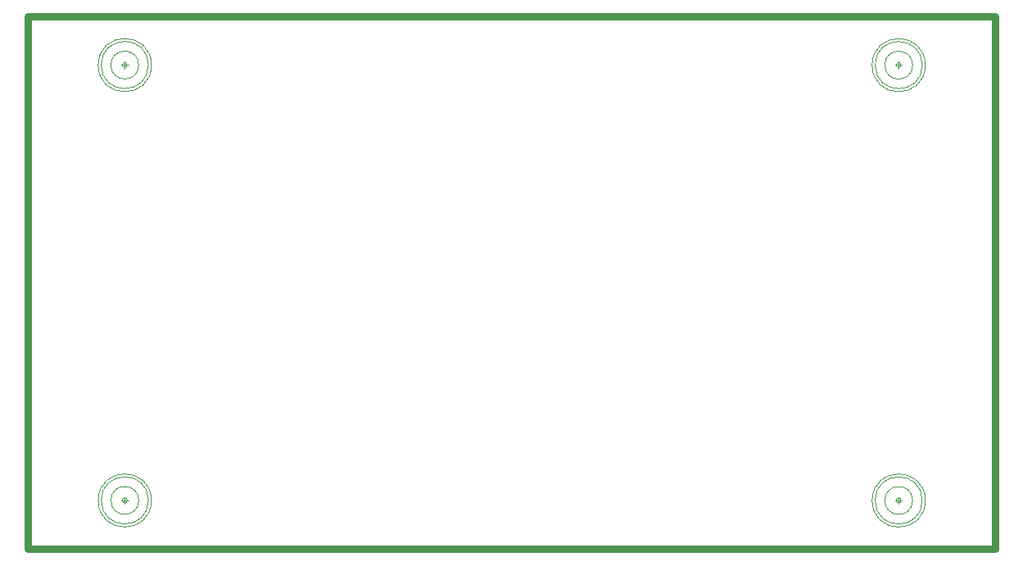
<source format=gm1>
G04*
G04 #@! TF.GenerationSoftware,Altium Limited,Altium Designer,20.0.13 (296)*
G04*
G04 Layer_Color=16711935*
%FSLAX25Y25*%
%MOIN*%
G70*
G01*
G75*
%ADD37C,0.03000*%
%ADD52C,0.00197*%
%ADD53C,0.00472*%
D37*
X0Y0D02*
X393701D01*
X0D02*
Y216535D01*
X393701Y0D02*
Y216535D01*
X0D02*
X393701D01*
D52*
X28543Y19713D02*
G03*
X28543Y19739I10827J-28D01*
G01*
X38386Y19713D02*
G03*
X38386Y19735I984J2D01*
G01*
X343504Y19685D02*
G03*
X343504Y19711I10827J-28D01*
G01*
X353346Y19685D02*
G03*
X353347Y19707I984J2D01*
G01*
X343504Y196850D02*
G03*
X343504Y196877I10827J-28D01*
G01*
X353346Y196850D02*
G03*
X353347Y196872I984J2D01*
G01*
X28543Y196878D02*
G03*
X28543Y196905I10827J-28D01*
G01*
X38386Y196878D02*
G03*
X38386Y196900I984J2D01*
G01*
X37992Y19713D02*
X40748D01*
X39370Y18335D02*
Y21091D01*
X352953Y19685D02*
X355709D01*
X354331Y18307D02*
Y21063D01*
X352953Y196850D02*
X355709D01*
X354331Y195472D02*
Y198228D01*
X37992Y196878D02*
X40748D01*
X39370Y195500D02*
Y198256D01*
D53*
X29764Y19713D02*
G03*
X29764Y19736I9606J12D01*
G01*
X33701Y19713D02*
G03*
X33701Y19742I5669J-4D01*
G01*
X29764Y19713D02*
G03*
X29764Y19736I9606J12D01*
G01*
X33701Y19713D02*
G03*
X33701Y19742I5669J-4D01*
G01*
X344724Y19685D02*
G03*
X344724Y19708I9606J12D01*
G01*
X348661Y19685D02*
G03*
X348661Y19715I5669J-4D01*
G01*
X344724Y19685D02*
G03*
X344724Y19708I9606J12D01*
G01*
X348661Y19685D02*
G03*
X348661Y19715I5669J-4D01*
G01*
X344724Y196850D02*
G03*
X344724Y196874I9606J12D01*
G01*
X348661Y196850D02*
G03*
X348661Y196880I5669J-4D01*
G01*
X344724Y196850D02*
G03*
X344724Y196874I9606J12D01*
G01*
X348661Y196850D02*
G03*
X348661Y196880I5669J-4D01*
G01*
X29764Y196878D02*
G03*
X29764Y196902I9606J12D01*
G01*
X33701Y196878D02*
G03*
X33701Y196908I5669J-4D01*
G01*
X29764Y196878D02*
G03*
X29764Y196902I9606J12D01*
G01*
X33701Y196878D02*
G03*
X33701Y196908I5669J-4D01*
G01*
M02*

</source>
